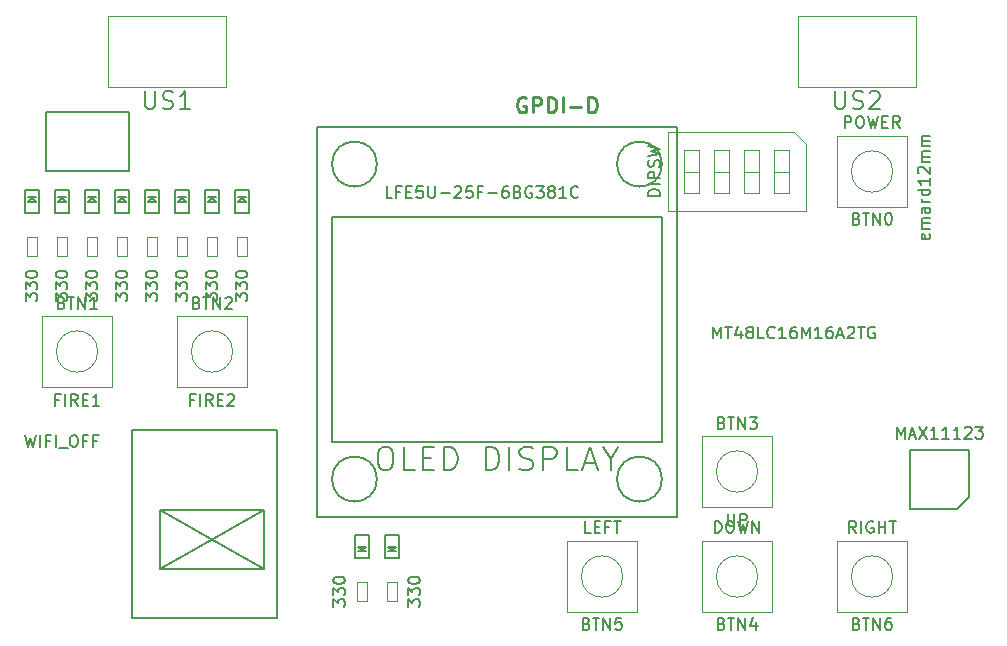
<source format=gbr>
G04 #@! TF.FileFunction,Other,Fab,Top*
%FSLAX46Y46*%
G04 Gerber Fmt 4.6, Leading zero omitted, Abs format (unit mm)*
G04 Created by KiCad (PCBNEW 4.0.7+dfsg1-1) date Thu Oct 12 01:03:24 2017*
%MOMM*%
%LPD*%
G01*
G04 APERTURE LIST*
%ADD10C,0.100000*%
%ADD11C,0.150000*%
%ADD12C,0.254000*%
G04 APERTURE END LIST*
D10*
D11*
X118530000Y-76260000D02*
X117930000Y-76260000D01*
X118230000Y-76360000D02*
X118530000Y-76660000D01*
X117930000Y-76660000D02*
X118230000Y-76360000D01*
X118530000Y-76660000D02*
X117930000Y-76660000D01*
X118830000Y-77660000D02*
X118830000Y-75660000D01*
X117630000Y-77660000D02*
X118830000Y-77660000D01*
X117630000Y-75660000D02*
X117630000Y-77660000D01*
X118830000Y-75660000D02*
X117630000Y-75660000D01*
X115990000Y-76260000D02*
X115390000Y-76260000D01*
X115690000Y-76360000D02*
X115990000Y-76660000D01*
X115390000Y-76660000D02*
X115690000Y-76360000D01*
X115990000Y-76660000D02*
X115390000Y-76660000D01*
X116290000Y-77660000D02*
X116290000Y-75660000D01*
X115090000Y-77660000D02*
X116290000Y-77660000D01*
X115090000Y-75660000D02*
X115090000Y-77660000D01*
X116290000Y-75660000D02*
X115090000Y-75660000D01*
X113450000Y-76260000D02*
X112850000Y-76260000D01*
X113150000Y-76360000D02*
X113450000Y-76660000D01*
X112850000Y-76660000D02*
X113150000Y-76360000D01*
X113450000Y-76660000D02*
X112850000Y-76660000D01*
X113750000Y-77660000D02*
X113750000Y-75660000D01*
X112550000Y-77660000D02*
X113750000Y-77660000D01*
X112550000Y-75660000D02*
X112550000Y-77660000D01*
X113750000Y-75660000D02*
X112550000Y-75660000D01*
X110910000Y-76260000D02*
X110310000Y-76260000D01*
X110610000Y-76360000D02*
X110910000Y-76660000D01*
X110310000Y-76660000D02*
X110610000Y-76360000D01*
X110910000Y-76660000D02*
X110310000Y-76660000D01*
X111210000Y-77660000D02*
X111210000Y-75660000D01*
X110010000Y-77660000D02*
X111210000Y-77660000D01*
X110010000Y-75660000D02*
X110010000Y-77660000D01*
X111210000Y-75660000D02*
X110010000Y-75660000D01*
X108370000Y-76260000D02*
X107770000Y-76260000D01*
X108070000Y-76360000D02*
X108370000Y-76660000D01*
X107770000Y-76660000D02*
X108070000Y-76360000D01*
X108370000Y-76660000D02*
X107770000Y-76660000D01*
X108670000Y-77660000D02*
X108670000Y-75660000D01*
X107470000Y-77660000D02*
X108670000Y-77660000D01*
X107470000Y-75660000D02*
X107470000Y-77660000D01*
X108670000Y-75660000D02*
X107470000Y-75660000D01*
X105830000Y-76260000D02*
X105230000Y-76260000D01*
X105530000Y-76360000D02*
X105830000Y-76660000D01*
X105230000Y-76660000D02*
X105530000Y-76360000D01*
X105830000Y-76660000D02*
X105230000Y-76660000D01*
X106130000Y-77660000D02*
X106130000Y-75660000D01*
X104930000Y-77660000D02*
X106130000Y-77660000D01*
X104930000Y-75660000D02*
X104930000Y-77660000D01*
X106130000Y-75660000D02*
X104930000Y-75660000D01*
X103290000Y-76260000D02*
X102690000Y-76260000D01*
X102990000Y-76360000D02*
X103290000Y-76660000D01*
X102690000Y-76660000D02*
X102990000Y-76360000D01*
X103290000Y-76660000D02*
X102690000Y-76660000D01*
X103590000Y-77660000D02*
X103590000Y-75660000D01*
X102390000Y-77660000D02*
X103590000Y-77660000D01*
X102390000Y-75660000D02*
X102390000Y-77660000D01*
X103590000Y-75660000D02*
X102390000Y-75660000D01*
X100750000Y-76260000D02*
X100150000Y-76260000D01*
X100450000Y-76360000D02*
X100750000Y-76660000D01*
X100150000Y-76660000D02*
X100450000Y-76360000D01*
X100750000Y-76660000D02*
X100150000Y-76660000D01*
X101050000Y-77660000D02*
X101050000Y-75660000D01*
X99850000Y-77660000D02*
X101050000Y-77660000D01*
X99850000Y-75660000D02*
X99850000Y-77660000D01*
X101050000Y-75660000D02*
X99850000Y-75660000D01*
X108624000Y-69080000D02*
X108624000Y-74080000D01*
X101624000Y-69080000D02*
X108624000Y-69080000D01*
X101624000Y-74080000D02*
X101624000Y-69080000D01*
X108624000Y-74080000D02*
X101624000Y-74080000D01*
X128090000Y-106270000D02*
X128690000Y-106270000D01*
X128390000Y-106170000D02*
X128090000Y-105870000D01*
X128690000Y-105870000D02*
X128390000Y-106170000D01*
X128090000Y-105870000D02*
X128690000Y-105870000D01*
X127790000Y-104870000D02*
X127790000Y-106870000D01*
X128990000Y-104870000D02*
X127790000Y-104870000D01*
X128990000Y-106870000D02*
X128990000Y-104870000D01*
X127790000Y-106870000D02*
X128990000Y-106870000D01*
X130630000Y-106270000D02*
X131230000Y-106270000D01*
X130930000Y-106170000D02*
X130630000Y-105870000D01*
X131230000Y-105870000D02*
X130930000Y-106170000D01*
X130630000Y-105870000D02*
X131230000Y-105870000D01*
X130330000Y-104870000D02*
X130330000Y-106870000D01*
X131530000Y-104870000D02*
X130330000Y-104870000D01*
X131530000Y-106870000D02*
X131530000Y-104870000D01*
X130330000Y-106870000D02*
X131530000Y-106870000D01*
D10*
X127990000Y-108880000D02*
X128790000Y-108880000D01*
X127990000Y-110480000D02*
X127990000Y-108880000D01*
X128790000Y-110480000D02*
X127990000Y-110480000D01*
X128790000Y-108880000D02*
X128790000Y-110480000D01*
X131330000Y-110480000D02*
X130530000Y-110480000D01*
X131330000Y-108880000D02*
X131330000Y-110480000D01*
X130530000Y-108880000D02*
X131330000Y-108880000D01*
X130530000Y-110480000D02*
X130530000Y-108880000D01*
X116880000Y-60925000D02*
X116880000Y-66925000D01*
X106880000Y-60925000D02*
X116880000Y-60925000D01*
X106880000Y-66925000D02*
X106880000Y-60925000D01*
X116880000Y-66925000D02*
X106880000Y-66925000D01*
X175300000Y-60925000D02*
X175300000Y-66925000D01*
X165300000Y-60925000D02*
X175300000Y-60925000D01*
X165300000Y-66925000D02*
X165300000Y-60925000D01*
X175300000Y-66925000D02*
X165300000Y-66925000D01*
X118630000Y-81270000D02*
X117830000Y-81270000D01*
X118630000Y-79670000D02*
X118630000Y-81270000D01*
X117830000Y-79670000D02*
X118630000Y-79670000D01*
X117830000Y-81270000D02*
X117830000Y-79670000D01*
X116090000Y-81270000D02*
X115290000Y-81270000D01*
X116090000Y-79670000D02*
X116090000Y-81270000D01*
X115290000Y-79670000D02*
X116090000Y-79670000D01*
X115290000Y-81270000D02*
X115290000Y-79670000D01*
X113550000Y-81270000D02*
X112750000Y-81270000D01*
X113550000Y-79670000D02*
X113550000Y-81270000D01*
X112750000Y-79670000D02*
X113550000Y-79670000D01*
X112750000Y-81270000D02*
X112750000Y-79670000D01*
X111010000Y-81270000D02*
X110210000Y-81270000D01*
X111010000Y-79670000D02*
X111010000Y-81270000D01*
X110210000Y-79670000D02*
X111010000Y-79670000D01*
X110210000Y-81270000D02*
X110210000Y-79670000D01*
X108470000Y-81270000D02*
X107670000Y-81270000D01*
X108470000Y-79670000D02*
X108470000Y-81270000D01*
X107670000Y-79670000D02*
X108470000Y-79670000D01*
X107670000Y-81270000D02*
X107670000Y-79670000D01*
X105930000Y-81270000D02*
X105130000Y-81270000D01*
X105930000Y-79670000D02*
X105930000Y-81270000D01*
X105130000Y-79670000D02*
X105930000Y-79670000D01*
X105130000Y-81270000D02*
X105130000Y-79670000D01*
X103390000Y-81270000D02*
X102590000Y-81270000D01*
X103390000Y-79670000D02*
X103390000Y-81270000D01*
X102590000Y-79670000D02*
X103390000Y-79670000D01*
X102590000Y-81270000D02*
X102590000Y-79670000D01*
X100850000Y-81270000D02*
X100050000Y-81270000D01*
X100850000Y-79670000D02*
X100850000Y-81270000D01*
X100050000Y-79670000D02*
X100850000Y-79670000D01*
X100050000Y-81270000D02*
X100050000Y-79670000D01*
D11*
X178785000Y-102655000D02*
X174785000Y-102655000D01*
X174785000Y-102655000D02*
X174785000Y-97655000D01*
X174785000Y-97655000D02*
X179785000Y-97655000D01*
X179785000Y-97655000D02*
X179785000Y-101655000D01*
X179785000Y-101655000D02*
X178785000Y-102655000D01*
X153790000Y-73485000D02*
G75*
G03X153790000Y-73485000I-1905000J0D01*
G01*
X129660000Y-73485000D02*
G75*
G03X129660000Y-73485000I-1905000J0D01*
G01*
X129660000Y-100155000D02*
G75*
G03X129660000Y-100155000I-1905000J0D01*
G01*
X153790000Y-100155000D02*
G75*
G03X153790000Y-100155000I-1905000J0D01*
G01*
X153790000Y-77930000D02*
X153790000Y-96980000D01*
X125850000Y-77930000D02*
X153790000Y-77930000D01*
X125850000Y-96980000D02*
X125850000Y-77930000D01*
X153790000Y-96980000D02*
X125850000Y-96980000D01*
X155060000Y-70310000D02*
X155060000Y-103330000D01*
X124580000Y-70310000D02*
X155060000Y-70310000D01*
X124580000Y-103330000D02*
X124580000Y-70310000D01*
X155060000Y-103330000D02*
X124580000Y-103330000D01*
D10*
X174570000Y-77120000D02*
X174570000Y-71120000D01*
X174570000Y-71120000D02*
X168570000Y-71120000D01*
X168570000Y-71120000D02*
X168570000Y-77120000D01*
X168570000Y-77120000D02*
X174570000Y-77120000D01*
X173320714Y-74120000D02*
G75*
G03X173320714Y-74120000I-1750714J0D01*
G01*
X101260000Y-86360000D02*
X101260000Y-92360000D01*
X101260000Y-92360000D02*
X107260000Y-92360000D01*
X107260000Y-92360000D02*
X107260000Y-86360000D01*
X107260000Y-86360000D02*
X101260000Y-86360000D01*
X106010714Y-89360000D02*
G75*
G03X106010714Y-89360000I-1750714J0D01*
G01*
X112690000Y-86360000D02*
X112690000Y-92360000D01*
X112690000Y-92360000D02*
X118690000Y-92360000D01*
X118690000Y-92360000D02*
X118690000Y-86360000D01*
X118690000Y-86360000D02*
X112690000Y-86360000D01*
X117440714Y-89360000D02*
G75*
G03X117440714Y-89360000I-1750714J0D01*
G01*
X157140000Y-96520000D02*
X157140000Y-102520000D01*
X157140000Y-102520000D02*
X163140000Y-102520000D01*
X163140000Y-102520000D02*
X163140000Y-96520000D01*
X163140000Y-96520000D02*
X157140000Y-96520000D01*
X161890714Y-99520000D02*
G75*
G03X161890714Y-99520000I-1750714J0D01*
G01*
X163140000Y-111410000D02*
X163140000Y-105410000D01*
X163140000Y-105410000D02*
X157140000Y-105410000D01*
X157140000Y-105410000D02*
X157140000Y-111410000D01*
X157140000Y-111410000D02*
X163140000Y-111410000D01*
X161890714Y-108410000D02*
G75*
G03X161890714Y-108410000I-1750714J0D01*
G01*
X151710000Y-111410000D02*
X151710000Y-105410000D01*
X151710000Y-105410000D02*
X145710000Y-105410000D01*
X145710000Y-105410000D02*
X145710000Y-111410000D01*
X145710000Y-111410000D02*
X151710000Y-111410000D01*
X150460714Y-108410000D02*
G75*
G03X150460714Y-108410000I-1750714J0D01*
G01*
X174570000Y-111410000D02*
X174570000Y-105410000D01*
X174570000Y-105410000D02*
X168570000Y-105410000D01*
X168570000Y-105410000D02*
X168570000Y-111410000D01*
X168570000Y-111410000D02*
X174570000Y-111410000D01*
X173320714Y-108410000D02*
G75*
G03X173320714Y-108410000I-1750714J0D01*
G01*
X166000000Y-71780000D02*
X166000000Y-77460000D01*
X166000000Y-77460000D02*
X154280000Y-77460000D01*
X154280000Y-77460000D02*
X154280000Y-70780000D01*
X154280000Y-70780000D02*
X165000000Y-70780000D01*
X165000000Y-70780000D02*
X166000000Y-71780000D01*
X164585000Y-72310000D02*
X163315000Y-72310000D01*
X163315000Y-72310000D02*
X163315000Y-75930000D01*
X163315000Y-75930000D02*
X164585000Y-75930000D01*
X164585000Y-75930000D02*
X164585000Y-72310000D01*
X164585000Y-74120000D02*
X163315000Y-74120000D01*
X162045000Y-72310000D02*
X160775000Y-72310000D01*
X160775000Y-72310000D02*
X160775000Y-75930000D01*
X160775000Y-75930000D02*
X162045000Y-75930000D01*
X162045000Y-75930000D02*
X162045000Y-72310000D01*
X162045000Y-74120000D02*
X160775000Y-74120000D01*
X159505000Y-72310000D02*
X158235000Y-72310000D01*
X158235000Y-72310000D02*
X158235000Y-75930000D01*
X158235000Y-75930000D02*
X159505000Y-75930000D01*
X159505000Y-75930000D02*
X159505000Y-72310000D01*
X159505000Y-74120000D02*
X158235000Y-74120000D01*
X156965000Y-72310000D02*
X155695000Y-72310000D01*
X155695000Y-72310000D02*
X155695000Y-75930000D01*
X155695000Y-75930000D02*
X156965000Y-75930000D01*
X156965000Y-75930000D02*
X156965000Y-72310000D01*
X156965000Y-74120000D02*
X155695000Y-74120000D01*
D11*
X120055000Y-102815000D02*
X111255000Y-107765000D01*
X120055000Y-107765000D02*
X111255000Y-102815000D01*
X120055000Y-102815000D02*
X120055000Y-107765000D01*
X111255000Y-102815000D02*
X111255000Y-107765000D01*
X111255000Y-107765000D02*
X120055000Y-107765000D01*
X120055000Y-102815000D02*
X111255000Y-102815000D01*
X121205000Y-95965000D02*
X108905000Y-95965000D01*
X121205000Y-111915000D02*
X121205000Y-95965000D01*
X108905000Y-111915000D02*
X121205000Y-111915000D01*
X108905000Y-95965000D02*
X108905000Y-111915000D01*
X158132666Y-88252381D02*
X158132666Y-87252381D01*
X158466000Y-87966667D01*
X158799333Y-87252381D01*
X158799333Y-88252381D01*
X159132666Y-87252381D02*
X159704095Y-87252381D01*
X159418380Y-88252381D02*
X159418380Y-87252381D01*
X160466000Y-87585714D02*
X160466000Y-88252381D01*
X160227904Y-87204762D02*
X159989809Y-87919048D01*
X160608857Y-87919048D01*
X161132666Y-87680952D02*
X161037428Y-87633333D01*
X160989809Y-87585714D01*
X160942190Y-87490476D01*
X160942190Y-87442857D01*
X160989809Y-87347619D01*
X161037428Y-87300000D01*
X161132666Y-87252381D01*
X161323143Y-87252381D01*
X161418381Y-87300000D01*
X161466000Y-87347619D01*
X161513619Y-87442857D01*
X161513619Y-87490476D01*
X161466000Y-87585714D01*
X161418381Y-87633333D01*
X161323143Y-87680952D01*
X161132666Y-87680952D01*
X161037428Y-87728571D01*
X160989809Y-87776190D01*
X160942190Y-87871429D01*
X160942190Y-88061905D01*
X160989809Y-88157143D01*
X161037428Y-88204762D01*
X161132666Y-88252381D01*
X161323143Y-88252381D01*
X161418381Y-88204762D01*
X161466000Y-88157143D01*
X161513619Y-88061905D01*
X161513619Y-87871429D01*
X161466000Y-87776190D01*
X161418381Y-87728571D01*
X161323143Y-87680952D01*
X162418381Y-88252381D02*
X161942190Y-88252381D01*
X161942190Y-87252381D01*
X163323143Y-88157143D02*
X163275524Y-88204762D01*
X163132667Y-88252381D01*
X163037429Y-88252381D01*
X162894571Y-88204762D01*
X162799333Y-88109524D01*
X162751714Y-88014286D01*
X162704095Y-87823810D01*
X162704095Y-87680952D01*
X162751714Y-87490476D01*
X162799333Y-87395238D01*
X162894571Y-87300000D01*
X163037429Y-87252381D01*
X163132667Y-87252381D01*
X163275524Y-87300000D01*
X163323143Y-87347619D01*
X164275524Y-88252381D02*
X163704095Y-88252381D01*
X163989809Y-88252381D02*
X163989809Y-87252381D01*
X163894571Y-87395238D01*
X163799333Y-87490476D01*
X163704095Y-87538095D01*
X165132667Y-87252381D02*
X164942190Y-87252381D01*
X164846952Y-87300000D01*
X164799333Y-87347619D01*
X164704095Y-87490476D01*
X164656476Y-87680952D01*
X164656476Y-88061905D01*
X164704095Y-88157143D01*
X164751714Y-88204762D01*
X164846952Y-88252381D01*
X165037429Y-88252381D01*
X165132667Y-88204762D01*
X165180286Y-88157143D01*
X165227905Y-88061905D01*
X165227905Y-87823810D01*
X165180286Y-87728571D01*
X165132667Y-87680952D01*
X165037429Y-87633333D01*
X164846952Y-87633333D01*
X164751714Y-87680952D01*
X164704095Y-87728571D01*
X164656476Y-87823810D01*
X165656476Y-88252381D02*
X165656476Y-87252381D01*
X165989810Y-87966667D01*
X166323143Y-87252381D01*
X166323143Y-88252381D01*
X167323143Y-88252381D02*
X166751714Y-88252381D01*
X167037428Y-88252381D02*
X167037428Y-87252381D01*
X166942190Y-87395238D01*
X166846952Y-87490476D01*
X166751714Y-87538095D01*
X168180286Y-87252381D02*
X167989809Y-87252381D01*
X167894571Y-87300000D01*
X167846952Y-87347619D01*
X167751714Y-87490476D01*
X167704095Y-87680952D01*
X167704095Y-88061905D01*
X167751714Y-88157143D01*
X167799333Y-88204762D01*
X167894571Y-88252381D01*
X168085048Y-88252381D01*
X168180286Y-88204762D01*
X168227905Y-88157143D01*
X168275524Y-88061905D01*
X168275524Y-87823810D01*
X168227905Y-87728571D01*
X168180286Y-87680952D01*
X168085048Y-87633333D01*
X167894571Y-87633333D01*
X167799333Y-87680952D01*
X167751714Y-87728571D01*
X167704095Y-87823810D01*
X168656476Y-87966667D02*
X169132667Y-87966667D01*
X168561238Y-88252381D02*
X168894571Y-87252381D01*
X169227905Y-88252381D01*
X169513619Y-87347619D02*
X169561238Y-87300000D01*
X169656476Y-87252381D01*
X169894572Y-87252381D01*
X169989810Y-87300000D01*
X170037429Y-87347619D01*
X170085048Y-87442857D01*
X170085048Y-87538095D01*
X170037429Y-87680952D01*
X169466000Y-88252381D01*
X170085048Y-88252381D01*
X170370762Y-87252381D02*
X170942191Y-87252381D01*
X170656476Y-88252381D02*
X170656476Y-87252381D01*
X171799334Y-87300000D02*
X171704096Y-87252381D01*
X171561239Y-87252381D01*
X171418381Y-87300000D01*
X171323143Y-87395238D01*
X171275524Y-87490476D01*
X171227905Y-87680952D01*
X171227905Y-87823810D01*
X171275524Y-88014286D01*
X171323143Y-88109524D01*
X171418381Y-88204762D01*
X171561239Y-88252381D01*
X171656477Y-88252381D01*
X171799334Y-88204762D01*
X171846953Y-88157143D01*
X171846953Y-87823810D01*
X171656477Y-87823810D01*
X99894762Y-96432381D02*
X100132857Y-97432381D01*
X100323334Y-96718095D01*
X100513810Y-97432381D01*
X100751905Y-96432381D01*
X101132857Y-97432381D02*
X101132857Y-96432381D01*
X101942381Y-96908571D02*
X101609047Y-96908571D01*
X101609047Y-97432381D02*
X101609047Y-96432381D01*
X102085238Y-96432381D01*
X102466190Y-97432381D02*
X102466190Y-96432381D01*
X102704285Y-97527619D02*
X103466190Y-97527619D01*
X103894761Y-96432381D02*
X104085238Y-96432381D01*
X104180476Y-96480000D01*
X104275714Y-96575238D01*
X104323333Y-96765714D01*
X104323333Y-97099048D01*
X104275714Y-97289524D01*
X104180476Y-97384762D01*
X104085238Y-97432381D01*
X103894761Y-97432381D01*
X103799523Y-97384762D01*
X103704285Y-97289524D01*
X103656666Y-97099048D01*
X103656666Y-96765714D01*
X103704285Y-96575238D01*
X103799523Y-96480000D01*
X103894761Y-96432381D01*
X105085238Y-96908571D02*
X104751904Y-96908571D01*
X104751904Y-97432381D02*
X104751904Y-96432381D01*
X105228095Y-96432381D01*
X105942381Y-96908571D02*
X105609047Y-96908571D01*
X105609047Y-97432381D02*
X105609047Y-96432381D01*
X106085238Y-96432381D01*
X125942381Y-110965714D02*
X125942381Y-110346666D01*
X126323333Y-110680000D01*
X126323333Y-110537142D01*
X126370952Y-110441904D01*
X126418571Y-110394285D01*
X126513810Y-110346666D01*
X126751905Y-110346666D01*
X126847143Y-110394285D01*
X126894762Y-110441904D01*
X126942381Y-110537142D01*
X126942381Y-110822857D01*
X126894762Y-110918095D01*
X126847143Y-110965714D01*
X125942381Y-110013333D02*
X125942381Y-109394285D01*
X126323333Y-109727619D01*
X126323333Y-109584761D01*
X126370952Y-109489523D01*
X126418571Y-109441904D01*
X126513810Y-109394285D01*
X126751905Y-109394285D01*
X126847143Y-109441904D01*
X126894762Y-109489523D01*
X126942381Y-109584761D01*
X126942381Y-109870476D01*
X126894762Y-109965714D01*
X126847143Y-110013333D01*
X125942381Y-108775238D02*
X125942381Y-108679999D01*
X125990000Y-108584761D01*
X126037619Y-108537142D01*
X126132857Y-108489523D01*
X126323333Y-108441904D01*
X126561429Y-108441904D01*
X126751905Y-108489523D01*
X126847143Y-108537142D01*
X126894762Y-108584761D01*
X126942381Y-108679999D01*
X126942381Y-108775238D01*
X126894762Y-108870476D01*
X126847143Y-108918095D01*
X126751905Y-108965714D01*
X126561429Y-109013333D01*
X126323333Y-109013333D01*
X126132857Y-108965714D01*
X126037619Y-108918095D01*
X125990000Y-108870476D01*
X125942381Y-108775238D01*
X132282381Y-110965714D02*
X132282381Y-110346666D01*
X132663333Y-110680000D01*
X132663333Y-110537142D01*
X132710952Y-110441904D01*
X132758571Y-110394285D01*
X132853810Y-110346666D01*
X133091905Y-110346666D01*
X133187143Y-110394285D01*
X133234762Y-110441904D01*
X133282381Y-110537142D01*
X133282381Y-110822857D01*
X133234762Y-110918095D01*
X133187143Y-110965714D01*
X132282381Y-110013333D02*
X132282381Y-109394285D01*
X132663333Y-109727619D01*
X132663333Y-109584761D01*
X132710952Y-109489523D01*
X132758571Y-109441904D01*
X132853810Y-109394285D01*
X133091905Y-109394285D01*
X133187143Y-109441904D01*
X133234762Y-109489523D01*
X133282381Y-109584761D01*
X133282381Y-109870476D01*
X133234762Y-109965714D01*
X133187143Y-110013333D01*
X132282381Y-108775238D02*
X132282381Y-108679999D01*
X132330000Y-108584761D01*
X132377619Y-108537142D01*
X132472857Y-108489523D01*
X132663333Y-108441904D01*
X132901429Y-108441904D01*
X133091905Y-108489523D01*
X133187143Y-108537142D01*
X133234762Y-108584761D01*
X133282381Y-108679999D01*
X133282381Y-108775238D01*
X133234762Y-108870476D01*
X133187143Y-108918095D01*
X133091905Y-108965714D01*
X132901429Y-109013333D01*
X132663333Y-109013333D01*
X132472857Y-108965714D01*
X132377619Y-108918095D01*
X132330000Y-108870476D01*
X132282381Y-108775238D01*
X110022858Y-67329571D02*
X110022858Y-68543857D01*
X110094286Y-68686714D01*
X110165715Y-68758143D01*
X110308572Y-68829571D01*
X110594286Y-68829571D01*
X110737144Y-68758143D01*
X110808572Y-68686714D01*
X110880001Y-68543857D01*
X110880001Y-67329571D01*
X111522858Y-68758143D02*
X111737144Y-68829571D01*
X112094287Y-68829571D01*
X112237144Y-68758143D01*
X112308573Y-68686714D01*
X112380001Y-68543857D01*
X112380001Y-68401000D01*
X112308573Y-68258143D01*
X112237144Y-68186714D01*
X112094287Y-68115286D01*
X111808573Y-68043857D01*
X111665715Y-67972429D01*
X111594287Y-67901000D01*
X111522858Y-67758143D01*
X111522858Y-67615286D01*
X111594287Y-67472429D01*
X111665715Y-67401000D01*
X111808573Y-67329571D01*
X112165715Y-67329571D01*
X112380001Y-67401000D01*
X113808572Y-68829571D02*
X112951429Y-68829571D01*
X113380001Y-68829571D02*
X113380001Y-67329571D01*
X113237144Y-67543857D01*
X113094286Y-67686714D01*
X112951429Y-67758143D01*
X168442858Y-67329571D02*
X168442858Y-68543857D01*
X168514286Y-68686714D01*
X168585715Y-68758143D01*
X168728572Y-68829571D01*
X169014286Y-68829571D01*
X169157144Y-68758143D01*
X169228572Y-68686714D01*
X169300001Y-68543857D01*
X169300001Y-67329571D01*
X169942858Y-68758143D02*
X170157144Y-68829571D01*
X170514287Y-68829571D01*
X170657144Y-68758143D01*
X170728573Y-68686714D01*
X170800001Y-68543857D01*
X170800001Y-68401000D01*
X170728573Y-68258143D01*
X170657144Y-68186714D01*
X170514287Y-68115286D01*
X170228573Y-68043857D01*
X170085715Y-67972429D01*
X170014287Y-67901000D01*
X169942858Y-67758143D01*
X169942858Y-67615286D01*
X170014287Y-67472429D01*
X170085715Y-67401000D01*
X170228573Y-67329571D01*
X170585715Y-67329571D01*
X170800001Y-67401000D01*
X171371429Y-67472429D02*
X171442858Y-67401000D01*
X171585715Y-67329571D01*
X171942858Y-67329571D01*
X172085715Y-67401000D01*
X172157144Y-67472429D01*
X172228572Y-67615286D01*
X172228572Y-67758143D01*
X172157144Y-67972429D01*
X171300001Y-68829571D01*
X172228572Y-68829571D01*
X117682381Y-85057714D02*
X117682381Y-84438666D01*
X118063333Y-84772000D01*
X118063333Y-84629142D01*
X118110952Y-84533904D01*
X118158571Y-84486285D01*
X118253810Y-84438666D01*
X118491905Y-84438666D01*
X118587143Y-84486285D01*
X118634762Y-84533904D01*
X118682381Y-84629142D01*
X118682381Y-84914857D01*
X118634762Y-85010095D01*
X118587143Y-85057714D01*
X117682381Y-84105333D02*
X117682381Y-83486285D01*
X118063333Y-83819619D01*
X118063333Y-83676761D01*
X118110952Y-83581523D01*
X118158571Y-83533904D01*
X118253810Y-83486285D01*
X118491905Y-83486285D01*
X118587143Y-83533904D01*
X118634762Y-83581523D01*
X118682381Y-83676761D01*
X118682381Y-83962476D01*
X118634762Y-84057714D01*
X118587143Y-84105333D01*
X117682381Y-82867238D02*
X117682381Y-82771999D01*
X117730000Y-82676761D01*
X117777619Y-82629142D01*
X117872857Y-82581523D01*
X118063333Y-82533904D01*
X118301429Y-82533904D01*
X118491905Y-82581523D01*
X118587143Y-82629142D01*
X118634762Y-82676761D01*
X118682381Y-82771999D01*
X118682381Y-82867238D01*
X118634762Y-82962476D01*
X118587143Y-83010095D01*
X118491905Y-83057714D01*
X118301429Y-83105333D01*
X118063333Y-83105333D01*
X117872857Y-83057714D01*
X117777619Y-83010095D01*
X117730000Y-82962476D01*
X117682381Y-82867238D01*
X115142381Y-85057714D02*
X115142381Y-84438666D01*
X115523333Y-84772000D01*
X115523333Y-84629142D01*
X115570952Y-84533904D01*
X115618571Y-84486285D01*
X115713810Y-84438666D01*
X115951905Y-84438666D01*
X116047143Y-84486285D01*
X116094762Y-84533904D01*
X116142381Y-84629142D01*
X116142381Y-84914857D01*
X116094762Y-85010095D01*
X116047143Y-85057714D01*
X115142381Y-84105333D02*
X115142381Y-83486285D01*
X115523333Y-83819619D01*
X115523333Y-83676761D01*
X115570952Y-83581523D01*
X115618571Y-83533904D01*
X115713810Y-83486285D01*
X115951905Y-83486285D01*
X116047143Y-83533904D01*
X116094762Y-83581523D01*
X116142381Y-83676761D01*
X116142381Y-83962476D01*
X116094762Y-84057714D01*
X116047143Y-84105333D01*
X115142381Y-82867238D02*
X115142381Y-82771999D01*
X115190000Y-82676761D01*
X115237619Y-82629142D01*
X115332857Y-82581523D01*
X115523333Y-82533904D01*
X115761429Y-82533904D01*
X115951905Y-82581523D01*
X116047143Y-82629142D01*
X116094762Y-82676761D01*
X116142381Y-82771999D01*
X116142381Y-82867238D01*
X116094762Y-82962476D01*
X116047143Y-83010095D01*
X115951905Y-83057714D01*
X115761429Y-83105333D01*
X115523333Y-83105333D01*
X115332857Y-83057714D01*
X115237619Y-83010095D01*
X115190000Y-82962476D01*
X115142381Y-82867238D01*
X112602381Y-85057714D02*
X112602381Y-84438666D01*
X112983333Y-84772000D01*
X112983333Y-84629142D01*
X113030952Y-84533904D01*
X113078571Y-84486285D01*
X113173810Y-84438666D01*
X113411905Y-84438666D01*
X113507143Y-84486285D01*
X113554762Y-84533904D01*
X113602381Y-84629142D01*
X113602381Y-84914857D01*
X113554762Y-85010095D01*
X113507143Y-85057714D01*
X112602381Y-84105333D02*
X112602381Y-83486285D01*
X112983333Y-83819619D01*
X112983333Y-83676761D01*
X113030952Y-83581523D01*
X113078571Y-83533904D01*
X113173810Y-83486285D01*
X113411905Y-83486285D01*
X113507143Y-83533904D01*
X113554762Y-83581523D01*
X113602381Y-83676761D01*
X113602381Y-83962476D01*
X113554762Y-84057714D01*
X113507143Y-84105333D01*
X112602381Y-82867238D02*
X112602381Y-82771999D01*
X112650000Y-82676761D01*
X112697619Y-82629142D01*
X112792857Y-82581523D01*
X112983333Y-82533904D01*
X113221429Y-82533904D01*
X113411905Y-82581523D01*
X113507143Y-82629142D01*
X113554762Y-82676761D01*
X113602381Y-82771999D01*
X113602381Y-82867238D01*
X113554762Y-82962476D01*
X113507143Y-83010095D01*
X113411905Y-83057714D01*
X113221429Y-83105333D01*
X112983333Y-83105333D01*
X112792857Y-83057714D01*
X112697619Y-83010095D01*
X112650000Y-82962476D01*
X112602381Y-82867238D01*
X110062381Y-85057714D02*
X110062381Y-84438666D01*
X110443333Y-84772000D01*
X110443333Y-84629142D01*
X110490952Y-84533904D01*
X110538571Y-84486285D01*
X110633810Y-84438666D01*
X110871905Y-84438666D01*
X110967143Y-84486285D01*
X111014762Y-84533904D01*
X111062381Y-84629142D01*
X111062381Y-84914857D01*
X111014762Y-85010095D01*
X110967143Y-85057714D01*
X110062381Y-84105333D02*
X110062381Y-83486285D01*
X110443333Y-83819619D01*
X110443333Y-83676761D01*
X110490952Y-83581523D01*
X110538571Y-83533904D01*
X110633810Y-83486285D01*
X110871905Y-83486285D01*
X110967143Y-83533904D01*
X111014762Y-83581523D01*
X111062381Y-83676761D01*
X111062381Y-83962476D01*
X111014762Y-84057714D01*
X110967143Y-84105333D01*
X110062381Y-82867238D02*
X110062381Y-82771999D01*
X110110000Y-82676761D01*
X110157619Y-82629142D01*
X110252857Y-82581523D01*
X110443333Y-82533904D01*
X110681429Y-82533904D01*
X110871905Y-82581523D01*
X110967143Y-82629142D01*
X111014762Y-82676761D01*
X111062381Y-82771999D01*
X111062381Y-82867238D01*
X111014762Y-82962476D01*
X110967143Y-83010095D01*
X110871905Y-83057714D01*
X110681429Y-83105333D01*
X110443333Y-83105333D01*
X110252857Y-83057714D01*
X110157619Y-83010095D01*
X110110000Y-82962476D01*
X110062381Y-82867238D01*
X107522381Y-85057714D02*
X107522381Y-84438666D01*
X107903333Y-84772000D01*
X107903333Y-84629142D01*
X107950952Y-84533904D01*
X107998571Y-84486285D01*
X108093810Y-84438666D01*
X108331905Y-84438666D01*
X108427143Y-84486285D01*
X108474762Y-84533904D01*
X108522381Y-84629142D01*
X108522381Y-84914857D01*
X108474762Y-85010095D01*
X108427143Y-85057714D01*
X107522381Y-84105333D02*
X107522381Y-83486285D01*
X107903333Y-83819619D01*
X107903333Y-83676761D01*
X107950952Y-83581523D01*
X107998571Y-83533904D01*
X108093810Y-83486285D01*
X108331905Y-83486285D01*
X108427143Y-83533904D01*
X108474762Y-83581523D01*
X108522381Y-83676761D01*
X108522381Y-83962476D01*
X108474762Y-84057714D01*
X108427143Y-84105333D01*
X107522381Y-82867238D02*
X107522381Y-82771999D01*
X107570000Y-82676761D01*
X107617619Y-82629142D01*
X107712857Y-82581523D01*
X107903333Y-82533904D01*
X108141429Y-82533904D01*
X108331905Y-82581523D01*
X108427143Y-82629142D01*
X108474762Y-82676761D01*
X108522381Y-82771999D01*
X108522381Y-82867238D01*
X108474762Y-82962476D01*
X108427143Y-83010095D01*
X108331905Y-83057714D01*
X108141429Y-83105333D01*
X107903333Y-83105333D01*
X107712857Y-83057714D01*
X107617619Y-83010095D01*
X107570000Y-82962476D01*
X107522381Y-82867238D01*
X104982381Y-85057714D02*
X104982381Y-84438666D01*
X105363333Y-84772000D01*
X105363333Y-84629142D01*
X105410952Y-84533904D01*
X105458571Y-84486285D01*
X105553810Y-84438666D01*
X105791905Y-84438666D01*
X105887143Y-84486285D01*
X105934762Y-84533904D01*
X105982381Y-84629142D01*
X105982381Y-84914857D01*
X105934762Y-85010095D01*
X105887143Y-85057714D01*
X104982381Y-84105333D02*
X104982381Y-83486285D01*
X105363333Y-83819619D01*
X105363333Y-83676761D01*
X105410952Y-83581523D01*
X105458571Y-83533904D01*
X105553810Y-83486285D01*
X105791905Y-83486285D01*
X105887143Y-83533904D01*
X105934762Y-83581523D01*
X105982381Y-83676761D01*
X105982381Y-83962476D01*
X105934762Y-84057714D01*
X105887143Y-84105333D01*
X104982381Y-82867238D02*
X104982381Y-82771999D01*
X105030000Y-82676761D01*
X105077619Y-82629142D01*
X105172857Y-82581523D01*
X105363333Y-82533904D01*
X105601429Y-82533904D01*
X105791905Y-82581523D01*
X105887143Y-82629142D01*
X105934762Y-82676761D01*
X105982381Y-82771999D01*
X105982381Y-82867238D01*
X105934762Y-82962476D01*
X105887143Y-83010095D01*
X105791905Y-83057714D01*
X105601429Y-83105333D01*
X105363333Y-83105333D01*
X105172857Y-83057714D01*
X105077619Y-83010095D01*
X105030000Y-82962476D01*
X104982381Y-82867238D01*
X102442381Y-85057714D02*
X102442381Y-84438666D01*
X102823333Y-84772000D01*
X102823333Y-84629142D01*
X102870952Y-84533904D01*
X102918571Y-84486285D01*
X103013810Y-84438666D01*
X103251905Y-84438666D01*
X103347143Y-84486285D01*
X103394762Y-84533904D01*
X103442381Y-84629142D01*
X103442381Y-84914857D01*
X103394762Y-85010095D01*
X103347143Y-85057714D01*
X102442381Y-84105333D02*
X102442381Y-83486285D01*
X102823333Y-83819619D01*
X102823333Y-83676761D01*
X102870952Y-83581523D01*
X102918571Y-83533904D01*
X103013810Y-83486285D01*
X103251905Y-83486285D01*
X103347143Y-83533904D01*
X103394762Y-83581523D01*
X103442381Y-83676761D01*
X103442381Y-83962476D01*
X103394762Y-84057714D01*
X103347143Y-84105333D01*
X102442381Y-82867238D02*
X102442381Y-82771999D01*
X102490000Y-82676761D01*
X102537619Y-82629142D01*
X102632857Y-82581523D01*
X102823333Y-82533904D01*
X103061429Y-82533904D01*
X103251905Y-82581523D01*
X103347143Y-82629142D01*
X103394762Y-82676761D01*
X103442381Y-82771999D01*
X103442381Y-82867238D01*
X103394762Y-82962476D01*
X103347143Y-83010095D01*
X103251905Y-83057714D01*
X103061429Y-83105333D01*
X102823333Y-83105333D01*
X102632857Y-83057714D01*
X102537619Y-83010095D01*
X102490000Y-82962476D01*
X102442381Y-82867238D01*
X99902381Y-85057714D02*
X99902381Y-84438666D01*
X100283333Y-84772000D01*
X100283333Y-84629142D01*
X100330952Y-84533904D01*
X100378571Y-84486285D01*
X100473810Y-84438666D01*
X100711905Y-84438666D01*
X100807143Y-84486285D01*
X100854762Y-84533904D01*
X100902381Y-84629142D01*
X100902381Y-84914857D01*
X100854762Y-85010095D01*
X100807143Y-85057714D01*
X99902381Y-84105333D02*
X99902381Y-83486285D01*
X100283333Y-83819619D01*
X100283333Y-83676761D01*
X100330952Y-83581523D01*
X100378571Y-83533904D01*
X100473810Y-83486285D01*
X100711905Y-83486285D01*
X100807143Y-83533904D01*
X100854762Y-83581523D01*
X100902381Y-83676761D01*
X100902381Y-83962476D01*
X100854762Y-84057714D01*
X100807143Y-84105333D01*
X99902381Y-82867238D02*
X99902381Y-82771999D01*
X99950000Y-82676761D01*
X99997619Y-82629142D01*
X100092857Y-82581523D01*
X100283333Y-82533904D01*
X100521429Y-82533904D01*
X100711905Y-82581523D01*
X100807143Y-82629142D01*
X100854762Y-82676761D01*
X100902381Y-82771999D01*
X100902381Y-82867238D01*
X100854762Y-82962476D01*
X100807143Y-83010095D01*
X100711905Y-83057714D01*
X100521429Y-83105333D01*
X100283333Y-83105333D01*
X100092857Y-83057714D01*
X99997619Y-83010095D01*
X99950000Y-82962476D01*
X99902381Y-82867238D01*
X173665952Y-96732381D02*
X173665952Y-95732381D01*
X173999286Y-96446667D01*
X174332619Y-95732381D01*
X174332619Y-96732381D01*
X174761190Y-96446667D02*
X175237381Y-96446667D01*
X174665952Y-96732381D02*
X174999285Y-95732381D01*
X175332619Y-96732381D01*
X175570714Y-95732381D02*
X176237381Y-96732381D01*
X176237381Y-95732381D02*
X175570714Y-96732381D01*
X177142143Y-96732381D02*
X176570714Y-96732381D01*
X176856428Y-96732381D02*
X176856428Y-95732381D01*
X176761190Y-95875238D01*
X176665952Y-95970476D01*
X176570714Y-96018095D01*
X178094524Y-96732381D02*
X177523095Y-96732381D01*
X177808809Y-96732381D02*
X177808809Y-95732381D01*
X177713571Y-95875238D01*
X177618333Y-95970476D01*
X177523095Y-96018095D01*
X179046905Y-96732381D02*
X178475476Y-96732381D01*
X178761190Y-96732381D02*
X178761190Y-95732381D01*
X178665952Y-95875238D01*
X178570714Y-95970476D01*
X178475476Y-96018095D01*
X179427857Y-95827619D02*
X179475476Y-95780000D01*
X179570714Y-95732381D01*
X179808810Y-95732381D01*
X179904048Y-95780000D01*
X179951667Y-95827619D01*
X179999286Y-95922857D01*
X179999286Y-96018095D01*
X179951667Y-96160952D01*
X179380238Y-96732381D01*
X179999286Y-96732381D01*
X180332619Y-95732381D02*
X180951667Y-95732381D01*
X180618333Y-96113333D01*
X180761191Y-96113333D01*
X180856429Y-96160952D01*
X180904048Y-96208571D01*
X180951667Y-96303810D01*
X180951667Y-96541905D01*
X180904048Y-96637143D01*
X180856429Y-96684762D01*
X180761191Y-96732381D01*
X180475476Y-96732381D01*
X180380238Y-96684762D01*
X180332619Y-96637143D01*
X130200952Y-97408762D02*
X130581904Y-97408762D01*
X130772380Y-97504000D01*
X130962857Y-97694476D01*
X131058095Y-98075429D01*
X131058095Y-98742095D01*
X130962857Y-99123048D01*
X130772380Y-99313524D01*
X130581904Y-99408762D01*
X130200952Y-99408762D01*
X130010476Y-99313524D01*
X129819999Y-99123048D01*
X129724761Y-98742095D01*
X129724761Y-98075429D01*
X129819999Y-97694476D01*
X130010476Y-97504000D01*
X130200952Y-97408762D01*
X132867618Y-99408762D02*
X131915237Y-99408762D01*
X131915237Y-97408762D01*
X133534285Y-98361143D02*
X134200952Y-98361143D01*
X134486666Y-99408762D02*
X133534285Y-99408762D01*
X133534285Y-97408762D01*
X134486666Y-97408762D01*
X135343809Y-99408762D02*
X135343809Y-97408762D01*
X135820000Y-97408762D01*
X136105714Y-97504000D01*
X136296190Y-97694476D01*
X136391429Y-97884952D01*
X136486667Y-98265905D01*
X136486667Y-98551619D01*
X136391429Y-98932571D01*
X136296190Y-99123048D01*
X136105714Y-99313524D01*
X135820000Y-99408762D01*
X135343809Y-99408762D01*
X138867619Y-99408762D02*
X138867619Y-97408762D01*
X139343810Y-97408762D01*
X139629524Y-97504000D01*
X139820000Y-97694476D01*
X139915239Y-97884952D01*
X140010477Y-98265905D01*
X140010477Y-98551619D01*
X139915239Y-98932571D01*
X139820000Y-99123048D01*
X139629524Y-99313524D01*
X139343810Y-99408762D01*
X138867619Y-99408762D01*
X140867619Y-99408762D02*
X140867619Y-97408762D01*
X141724762Y-99313524D02*
X142010477Y-99408762D01*
X142486667Y-99408762D01*
X142677143Y-99313524D01*
X142772381Y-99218286D01*
X142867620Y-99027810D01*
X142867620Y-98837333D01*
X142772381Y-98646857D01*
X142677143Y-98551619D01*
X142486667Y-98456381D01*
X142105715Y-98361143D01*
X141915239Y-98265905D01*
X141820000Y-98170667D01*
X141724762Y-97980190D01*
X141724762Y-97789714D01*
X141820000Y-97599238D01*
X141915239Y-97504000D01*
X142105715Y-97408762D01*
X142581905Y-97408762D01*
X142867620Y-97504000D01*
X143724762Y-99408762D02*
X143724762Y-97408762D01*
X144486667Y-97408762D01*
X144677143Y-97504000D01*
X144772382Y-97599238D01*
X144867620Y-97789714D01*
X144867620Y-98075429D01*
X144772382Y-98265905D01*
X144677143Y-98361143D01*
X144486667Y-98456381D01*
X143724762Y-98456381D01*
X146677143Y-99408762D02*
X145724762Y-99408762D01*
X145724762Y-97408762D01*
X147248572Y-98837333D02*
X148200953Y-98837333D01*
X147058096Y-99408762D02*
X147724763Y-97408762D01*
X148391430Y-99408762D01*
X149439049Y-98456381D02*
X149439049Y-99408762D01*
X148772382Y-97408762D02*
X149439049Y-98456381D01*
X150105716Y-97408762D01*
D12*
X142239048Y-67897000D02*
X142118096Y-67836524D01*
X141936667Y-67836524D01*
X141755239Y-67897000D01*
X141634286Y-68017952D01*
X141573810Y-68138905D01*
X141513334Y-68380810D01*
X141513334Y-68562238D01*
X141573810Y-68804143D01*
X141634286Y-68925095D01*
X141755239Y-69046048D01*
X141936667Y-69106524D01*
X142057619Y-69106524D01*
X142239048Y-69046048D01*
X142299524Y-68985571D01*
X142299524Y-68562238D01*
X142057619Y-68562238D01*
X142843810Y-69106524D02*
X142843810Y-67836524D01*
X143327619Y-67836524D01*
X143448572Y-67897000D01*
X143509048Y-67957476D01*
X143569524Y-68078429D01*
X143569524Y-68259857D01*
X143509048Y-68380810D01*
X143448572Y-68441286D01*
X143327619Y-68501762D01*
X142843810Y-68501762D01*
X144113810Y-69106524D02*
X144113810Y-67836524D01*
X144416191Y-67836524D01*
X144597619Y-67897000D01*
X144718572Y-68017952D01*
X144779048Y-68138905D01*
X144839524Y-68380810D01*
X144839524Y-68562238D01*
X144779048Y-68804143D01*
X144718572Y-68925095D01*
X144597619Y-69046048D01*
X144416191Y-69106524D01*
X144113810Y-69106524D01*
X145383810Y-69106524D02*
X145383810Y-67836524D01*
X145988572Y-68622714D02*
X146956191Y-68622714D01*
X147560953Y-69106524D02*
X147560953Y-67836524D01*
X147863334Y-67836524D01*
X148044762Y-67897000D01*
X148165715Y-68017952D01*
X148226191Y-68138905D01*
X148286667Y-68380810D01*
X148286667Y-68562238D01*
X148226191Y-68804143D01*
X148165715Y-68925095D01*
X148044762Y-69046048D01*
X147863334Y-69106524D01*
X147560953Y-69106524D01*
D11*
X169260476Y-70422381D02*
X169260476Y-69422381D01*
X169641429Y-69422381D01*
X169736667Y-69470000D01*
X169784286Y-69517619D01*
X169831905Y-69612857D01*
X169831905Y-69755714D01*
X169784286Y-69850952D01*
X169736667Y-69898571D01*
X169641429Y-69946190D01*
X169260476Y-69946190D01*
X170450952Y-69422381D02*
X170641429Y-69422381D01*
X170736667Y-69470000D01*
X170831905Y-69565238D01*
X170879524Y-69755714D01*
X170879524Y-70089048D01*
X170831905Y-70279524D01*
X170736667Y-70374762D01*
X170641429Y-70422381D01*
X170450952Y-70422381D01*
X170355714Y-70374762D01*
X170260476Y-70279524D01*
X170212857Y-70089048D01*
X170212857Y-69755714D01*
X170260476Y-69565238D01*
X170355714Y-69470000D01*
X170450952Y-69422381D01*
X171212857Y-69422381D02*
X171450952Y-70422381D01*
X171641429Y-69708095D01*
X171831905Y-70422381D01*
X172070000Y-69422381D01*
X172450952Y-69898571D02*
X172784286Y-69898571D01*
X172927143Y-70422381D02*
X172450952Y-70422381D01*
X172450952Y-69422381D01*
X172927143Y-69422381D01*
X173927143Y-70422381D02*
X173593809Y-69946190D01*
X173355714Y-70422381D02*
X173355714Y-69422381D01*
X173736667Y-69422381D01*
X173831905Y-69470000D01*
X173879524Y-69517619D01*
X173927143Y-69612857D01*
X173927143Y-69755714D01*
X173879524Y-69850952D01*
X173831905Y-69898571D01*
X173736667Y-69946190D01*
X173355714Y-69946190D01*
X170260477Y-78098571D02*
X170403334Y-78146190D01*
X170450953Y-78193810D01*
X170498572Y-78289048D01*
X170498572Y-78431905D01*
X170450953Y-78527143D01*
X170403334Y-78574762D01*
X170308096Y-78622381D01*
X169927143Y-78622381D01*
X169927143Y-77622381D01*
X170260477Y-77622381D01*
X170355715Y-77670000D01*
X170403334Y-77717619D01*
X170450953Y-77812857D01*
X170450953Y-77908095D01*
X170403334Y-78003333D01*
X170355715Y-78050952D01*
X170260477Y-78098571D01*
X169927143Y-78098571D01*
X170784286Y-77622381D02*
X171355715Y-77622381D01*
X171070000Y-78622381D02*
X171070000Y-77622381D01*
X171689048Y-78622381D02*
X171689048Y-77622381D01*
X172260477Y-78622381D01*
X172260477Y-77622381D01*
X172927143Y-77622381D02*
X173022382Y-77622381D01*
X173117620Y-77670000D01*
X173165239Y-77717619D01*
X173212858Y-77812857D01*
X173260477Y-78003333D01*
X173260477Y-78241429D01*
X173212858Y-78431905D01*
X173165239Y-78527143D01*
X173117620Y-78574762D01*
X173022382Y-78622381D01*
X172927143Y-78622381D01*
X172831905Y-78574762D01*
X172784286Y-78527143D01*
X172736667Y-78431905D01*
X172689048Y-78241429D01*
X172689048Y-78003333D01*
X172736667Y-77812857D01*
X172784286Y-77717619D01*
X172831905Y-77670000D01*
X172927143Y-77622381D01*
X102736191Y-93438571D02*
X102402857Y-93438571D01*
X102402857Y-93962381D02*
X102402857Y-92962381D01*
X102879048Y-92962381D01*
X103260000Y-93962381D02*
X103260000Y-92962381D01*
X104307619Y-93962381D02*
X103974285Y-93486190D01*
X103736190Y-93962381D02*
X103736190Y-92962381D01*
X104117143Y-92962381D01*
X104212381Y-93010000D01*
X104260000Y-93057619D01*
X104307619Y-93152857D01*
X104307619Y-93295714D01*
X104260000Y-93390952D01*
X104212381Y-93438571D01*
X104117143Y-93486190D01*
X103736190Y-93486190D01*
X104736190Y-93438571D02*
X105069524Y-93438571D01*
X105212381Y-93962381D02*
X104736190Y-93962381D01*
X104736190Y-92962381D01*
X105212381Y-92962381D01*
X106164762Y-93962381D02*
X105593333Y-93962381D01*
X105879047Y-93962381D02*
X105879047Y-92962381D01*
X105783809Y-93105238D01*
X105688571Y-93200476D01*
X105593333Y-93248095D01*
X102950477Y-85238571D02*
X103093334Y-85286190D01*
X103140953Y-85333810D01*
X103188572Y-85429048D01*
X103188572Y-85571905D01*
X103140953Y-85667143D01*
X103093334Y-85714762D01*
X102998096Y-85762381D01*
X102617143Y-85762381D01*
X102617143Y-84762381D01*
X102950477Y-84762381D01*
X103045715Y-84810000D01*
X103093334Y-84857619D01*
X103140953Y-84952857D01*
X103140953Y-85048095D01*
X103093334Y-85143333D01*
X103045715Y-85190952D01*
X102950477Y-85238571D01*
X102617143Y-85238571D01*
X103474286Y-84762381D02*
X104045715Y-84762381D01*
X103760000Y-85762381D02*
X103760000Y-84762381D01*
X104379048Y-85762381D02*
X104379048Y-84762381D01*
X104950477Y-85762381D01*
X104950477Y-84762381D01*
X105950477Y-85762381D02*
X105379048Y-85762381D01*
X105664762Y-85762381D02*
X105664762Y-84762381D01*
X105569524Y-84905238D01*
X105474286Y-85000476D01*
X105379048Y-85048095D01*
X114166191Y-93438571D02*
X113832857Y-93438571D01*
X113832857Y-93962381D02*
X113832857Y-92962381D01*
X114309048Y-92962381D01*
X114690000Y-93962381D02*
X114690000Y-92962381D01*
X115737619Y-93962381D02*
X115404285Y-93486190D01*
X115166190Y-93962381D02*
X115166190Y-92962381D01*
X115547143Y-92962381D01*
X115642381Y-93010000D01*
X115690000Y-93057619D01*
X115737619Y-93152857D01*
X115737619Y-93295714D01*
X115690000Y-93390952D01*
X115642381Y-93438571D01*
X115547143Y-93486190D01*
X115166190Y-93486190D01*
X116166190Y-93438571D02*
X116499524Y-93438571D01*
X116642381Y-93962381D02*
X116166190Y-93962381D01*
X116166190Y-92962381D01*
X116642381Y-92962381D01*
X117023333Y-93057619D02*
X117070952Y-93010000D01*
X117166190Y-92962381D01*
X117404286Y-92962381D01*
X117499524Y-93010000D01*
X117547143Y-93057619D01*
X117594762Y-93152857D01*
X117594762Y-93248095D01*
X117547143Y-93390952D01*
X116975714Y-93962381D01*
X117594762Y-93962381D01*
X114380477Y-85238571D02*
X114523334Y-85286190D01*
X114570953Y-85333810D01*
X114618572Y-85429048D01*
X114618572Y-85571905D01*
X114570953Y-85667143D01*
X114523334Y-85714762D01*
X114428096Y-85762381D01*
X114047143Y-85762381D01*
X114047143Y-84762381D01*
X114380477Y-84762381D01*
X114475715Y-84810000D01*
X114523334Y-84857619D01*
X114570953Y-84952857D01*
X114570953Y-85048095D01*
X114523334Y-85143333D01*
X114475715Y-85190952D01*
X114380477Y-85238571D01*
X114047143Y-85238571D01*
X114904286Y-84762381D02*
X115475715Y-84762381D01*
X115190000Y-85762381D02*
X115190000Y-84762381D01*
X115809048Y-85762381D02*
X115809048Y-84762381D01*
X116380477Y-85762381D01*
X116380477Y-84762381D01*
X116809048Y-84857619D02*
X116856667Y-84810000D01*
X116951905Y-84762381D01*
X117190001Y-84762381D01*
X117285239Y-84810000D01*
X117332858Y-84857619D01*
X117380477Y-84952857D01*
X117380477Y-85048095D01*
X117332858Y-85190952D01*
X116761429Y-85762381D01*
X117380477Y-85762381D01*
X159354286Y-103122381D02*
X159354286Y-103931905D01*
X159401905Y-104027143D01*
X159449524Y-104074762D01*
X159544762Y-104122381D01*
X159735239Y-104122381D01*
X159830477Y-104074762D01*
X159878096Y-104027143D01*
X159925715Y-103931905D01*
X159925715Y-103122381D01*
X160401905Y-104122381D02*
X160401905Y-103122381D01*
X160782858Y-103122381D01*
X160878096Y-103170000D01*
X160925715Y-103217619D01*
X160973334Y-103312857D01*
X160973334Y-103455714D01*
X160925715Y-103550952D01*
X160878096Y-103598571D01*
X160782858Y-103646190D01*
X160401905Y-103646190D01*
X158830477Y-95398571D02*
X158973334Y-95446190D01*
X159020953Y-95493810D01*
X159068572Y-95589048D01*
X159068572Y-95731905D01*
X159020953Y-95827143D01*
X158973334Y-95874762D01*
X158878096Y-95922381D01*
X158497143Y-95922381D01*
X158497143Y-94922381D01*
X158830477Y-94922381D01*
X158925715Y-94970000D01*
X158973334Y-95017619D01*
X159020953Y-95112857D01*
X159020953Y-95208095D01*
X158973334Y-95303333D01*
X158925715Y-95350952D01*
X158830477Y-95398571D01*
X158497143Y-95398571D01*
X159354286Y-94922381D02*
X159925715Y-94922381D01*
X159640000Y-95922381D02*
X159640000Y-94922381D01*
X160259048Y-95922381D02*
X160259048Y-94922381D01*
X160830477Y-95922381D01*
X160830477Y-94922381D01*
X161211429Y-94922381D02*
X161830477Y-94922381D01*
X161497143Y-95303333D01*
X161640001Y-95303333D01*
X161735239Y-95350952D01*
X161782858Y-95398571D01*
X161830477Y-95493810D01*
X161830477Y-95731905D01*
X161782858Y-95827143D01*
X161735239Y-95874762D01*
X161640001Y-95922381D01*
X161354286Y-95922381D01*
X161259048Y-95874762D01*
X161211429Y-95827143D01*
X158259048Y-104712381D02*
X158259048Y-103712381D01*
X158497143Y-103712381D01*
X158640001Y-103760000D01*
X158735239Y-103855238D01*
X158782858Y-103950476D01*
X158830477Y-104140952D01*
X158830477Y-104283810D01*
X158782858Y-104474286D01*
X158735239Y-104569524D01*
X158640001Y-104664762D01*
X158497143Y-104712381D01*
X158259048Y-104712381D01*
X159449524Y-103712381D02*
X159640001Y-103712381D01*
X159735239Y-103760000D01*
X159830477Y-103855238D01*
X159878096Y-104045714D01*
X159878096Y-104379048D01*
X159830477Y-104569524D01*
X159735239Y-104664762D01*
X159640001Y-104712381D01*
X159449524Y-104712381D01*
X159354286Y-104664762D01*
X159259048Y-104569524D01*
X159211429Y-104379048D01*
X159211429Y-104045714D01*
X159259048Y-103855238D01*
X159354286Y-103760000D01*
X159449524Y-103712381D01*
X160211429Y-103712381D02*
X160449524Y-104712381D01*
X160640001Y-103998095D01*
X160830477Y-104712381D01*
X161068572Y-103712381D01*
X161449524Y-104712381D02*
X161449524Y-103712381D01*
X162020953Y-104712381D01*
X162020953Y-103712381D01*
X158830477Y-112388571D02*
X158973334Y-112436190D01*
X159020953Y-112483810D01*
X159068572Y-112579048D01*
X159068572Y-112721905D01*
X159020953Y-112817143D01*
X158973334Y-112864762D01*
X158878096Y-112912381D01*
X158497143Y-112912381D01*
X158497143Y-111912381D01*
X158830477Y-111912381D01*
X158925715Y-111960000D01*
X158973334Y-112007619D01*
X159020953Y-112102857D01*
X159020953Y-112198095D01*
X158973334Y-112293333D01*
X158925715Y-112340952D01*
X158830477Y-112388571D01*
X158497143Y-112388571D01*
X159354286Y-111912381D02*
X159925715Y-111912381D01*
X159640000Y-112912381D02*
X159640000Y-111912381D01*
X160259048Y-112912381D02*
X160259048Y-111912381D01*
X160830477Y-112912381D01*
X160830477Y-111912381D01*
X161735239Y-112245714D02*
X161735239Y-112912381D01*
X161497143Y-111864762D02*
X161259048Y-112579048D01*
X161878096Y-112579048D01*
X147757619Y-104712381D02*
X147281428Y-104712381D01*
X147281428Y-103712381D01*
X148090952Y-104188571D02*
X148424286Y-104188571D01*
X148567143Y-104712381D02*
X148090952Y-104712381D01*
X148090952Y-103712381D01*
X148567143Y-103712381D01*
X149329048Y-104188571D02*
X148995714Y-104188571D01*
X148995714Y-104712381D02*
X148995714Y-103712381D01*
X149471905Y-103712381D01*
X149710000Y-103712381D02*
X150281429Y-103712381D01*
X149995714Y-104712381D02*
X149995714Y-103712381D01*
X147400477Y-112388571D02*
X147543334Y-112436190D01*
X147590953Y-112483810D01*
X147638572Y-112579048D01*
X147638572Y-112721905D01*
X147590953Y-112817143D01*
X147543334Y-112864762D01*
X147448096Y-112912381D01*
X147067143Y-112912381D01*
X147067143Y-111912381D01*
X147400477Y-111912381D01*
X147495715Y-111960000D01*
X147543334Y-112007619D01*
X147590953Y-112102857D01*
X147590953Y-112198095D01*
X147543334Y-112293333D01*
X147495715Y-112340952D01*
X147400477Y-112388571D01*
X147067143Y-112388571D01*
X147924286Y-111912381D02*
X148495715Y-111912381D01*
X148210000Y-112912381D02*
X148210000Y-111912381D01*
X148829048Y-112912381D02*
X148829048Y-111912381D01*
X149400477Y-112912381D01*
X149400477Y-111912381D01*
X150352858Y-111912381D02*
X149876667Y-111912381D01*
X149829048Y-112388571D01*
X149876667Y-112340952D01*
X149971905Y-112293333D01*
X150210001Y-112293333D01*
X150305239Y-112340952D01*
X150352858Y-112388571D01*
X150400477Y-112483810D01*
X150400477Y-112721905D01*
X150352858Y-112817143D01*
X150305239Y-112864762D01*
X150210001Y-112912381D01*
X149971905Y-112912381D01*
X149876667Y-112864762D01*
X149829048Y-112817143D01*
X170236667Y-104712381D02*
X169903333Y-104236190D01*
X169665238Y-104712381D02*
X169665238Y-103712381D01*
X170046191Y-103712381D01*
X170141429Y-103760000D01*
X170189048Y-103807619D01*
X170236667Y-103902857D01*
X170236667Y-104045714D01*
X170189048Y-104140952D01*
X170141429Y-104188571D01*
X170046191Y-104236190D01*
X169665238Y-104236190D01*
X170665238Y-104712381D02*
X170665238Y-103712381D01*
X171665238Y-103760000D02*
X171570000Y-103712381D01*
X171427143Y-103712381D01*
X171284285Y-103760000D01*
X171189047Y-103855238D01*
X171141428Y-103950476D01*
X171093809Y-104140952D01*
X171093809Y-104283810D01*
X171141428Y-104474286D01*
X171189047Y-104569524D01*
X171284285Y-104664762D01*
X171427143Y-104712381D01*
X171522381Y-104712381D01*
X171665238Y-104664762D01*
X171712857Y-104617143D01*
X171712857Y-104283810D01*
X171522381Y-104283810D01*
X172141428Y-104712381D02*
X172141428Y-103712381D01*
X172141428Y-104188571D02*
X172712857Y-104188571D01*
X172712857Y-104712381D02*
X172712857Y-103712381D01*
X173046190Y-103712381D02*
X173617619Y-103712381D01*
X173331904Y-104712381D02*
X173331904Y-103712381D01*
X170260477Y-112388571D02*
X170403334Y-112436190D01*
X170450953Y-112483810D01*
X170498572Y-112579048D01*
X170498572Y-112721905D01*
X170450953Y-112817143D01*
X170403334Y-112864762D01*
X170308096Y-112912381D01*
X169927143Y-112912381D01*
X169927143Y-111912381D01*
X170260477Y-111912381D01*
X170355715Y-111960000D01*
X170403334Y-112007619D01*
X170450953Y-112102857D01*
X170450953Y-112198095D01*
X170403334Y-112293333D01*
X170355715Y-112340952D01*
X170260477Y-112388571D01*
X169927143Y-112388571D01*
X170784286Y-111912381D02*
X171355715Y-111912381D01*
X171070000Y-112912381D02*
X171070000Y-111912381D01*
X171689048Y-112912381D02*
X171689048Y-111912381D01*
X172260477Y-112912381D01*
X172260477Y-111912381D01*
X173165239Y-111912381D02*
X172974762Y-111912381D01*
X172879524Y-111960000D01*
X172831905Y-112007619D01*
X172736667Y-112150476D01*
X172689048Y-112340952D01*
X172689048Y-112721905D01*
X172736667Y-112817143D01*
X172784286Y-112864762D01*
X172879524Y-112912381D01*
X173070001Y-112912381D01*
X173165239Y-112864762D01*
X173212858Y-112817143D01*
X173260477Y-112721905D01*
X173260477Y-112483810D01*
X173212858Y-112388571D01*
X173165239Y-112340952D01*
X173070001Y-112293333D01*
X172879524Y-112293333D01*
X172784286Y-112340952D01*
X172736667Y-112388571D01*
X172689048Y-112483810D01*
X153612381Y-76167619D02*
X152612381Y-76167619D01*
X152612381Y-75929524D01*
X152660000Y-75786666D01*
X152755238Y-75691428D01*
X152850476Y-75643809D01*
X153040952Y-75596190D01*
X153183810Y-75596190D01*
X153374286Y-75643809D01*
X153469524Y-75691428D01*
X153564762Y-75786666D01*
X153612381Y-75929524D01*
X153612381Y-76167619D01*
X153612381Y-75167619D02*
X152612381Y-75167619D01*
X153612381Y-74691429D02*
X152612381Y-74691429D01*
X152612381Y-74310476D01*
X152660000Y-74215238D01*
X152707619Y-74167619D01*
X152802857Y-74120000D01*
X152945714Y-74120000D01*
X153040952Y-74167619D01*
X153088571Y-74215238D01*
X153136190Y-74310476D01*
X153136190Y-74691429D01*
X153564762Y-73739048D02*
X153612381Y-73596191D01*
X153612381Y-73358095D01*
X153564762Y-73262857D01*
X153517143Y-73215238D01*
X153421905Y-73167619D01*
X153326667Y-73167619D01*
X153231429Y-73215238D01*
X153183810Y-73262857D01*
X153136190Y-73358095D01*
X153088571Y-73548572D01*
X153040952Y-73643810D01*
X152993333Y-73691429D01*
X152898095Y-73739048D01*
X152802857Y-73739048D01*
X152707619Y-73691429D01*
X152660000Y-73643810D01*
X152612381Y-73548572D01*
X152612381Y-73310476D01*
X152660000Y-73167619D01*
X152612381Y-72834286D02*
X153612381Y-72596191D01*
X152898095Y-72405714D01*
X153612381Y-72215238D01*
X152612381Y-71977143D01*
X130954762Y-76350381D02*
X130478571Y-76350381D01*
X130478571Y-75350381D01*
X131621429Y-75826571D02*
X131288095Y-75826571D01*
X131288095Y-76350381D02*
X131288095Y-75350381D01*
X131764286Y-75350381D01*
X132145238Y-75826571D02*
X132478572Y-75826571D01*
X132621429Y-76350381D02*
X132145238Y-76350381D01*
X132145238Y-75350381D01*
X132621429Y-75350381D01*
X133526191Y-75350381D02*
X133050000Y-75350381D01*
X133002381Y-75826571D01*
X133050000Y-75778952D01*
X133145238Y-75731333D01*
X133383334Y-75731333D01*
X133478572Y-75778952D01*
X133526191Y-75826571D01*
X133573810Y-75921810D01*
X133573810Y-76159905D01*
X133526191Y-76255143D01*
X133478572Y-76302762D01*
X133383334Y-76350381D01*
X133145238Y-76350381D01*
X133050000Y-76302762D01*
X133002381Y-76255143D01*
X134002381Y-75350381D02*
X134002381Y-76159905D01*
X134050000Y-76255143D01*
X134097619Y-76302762D01*
X134192857Y-76350381D01*
X134383334Y-76350381D01*
X134478572Y-76302762D01*
X134526191Y-76255143D01*
X134573810Y-76159905D01*
X134573810Y-75350381D01*
X135050000Y-75969429D02*
X135811905Y-75969429D01*
X136240476Y-75445619D02*
X136288095Y-75398000D01*
X136383333Y-75350381D01*
X136621429Y-75350381D01*
X136716667Y-75398000D01*
X136764286Y-75445619D01*
X136811905Y-75540857D01*
X136811905Y-75636095D01*
X136764286Y-75778952D01*
X136192857Y-76350381D01*
X136811905Y-76350381D01*
X137716667Y-75350381D02*
X137240476Y-75350381D01*
X137192857Y-75826571D01*
X137240476Y-75778952D01*
X137335714Y-75731333D01*
X137573810Y-75731333D01*
X137669048Y-75778952D01*
X137716667Y-75826571D01*
X137764286Y-75921810D01*
X137764286Y-76159905D01*
X137716667Y-76255143D01*
X137669048Y-76302762D01*
X137573810Y-76350381D01*
X137335714Y-76350381D01*
X137240476Y-76302762D01*
X137192857Y-76255143D01*
X138526191Y-75826571D02*
X138192857Y-75826571D01*
X138192857Y-76350381D02*
X138192857Y-75350381D01*
X138669048Y-75350381D01*
X139050000Y-75969429D02*
X139811905Y-75969429D01*
X140716667Y-75350381D02*
X140526190Y-75350381D01*
X140430952Y-75398000D01*
X140383333Y-75445619D01*
X140288095Y-75588476D01*
X140240476Y-75778952D01*
X140240476Y-76159905D01*
X140288095Y-76255143D01*
X140335714Y-76302762D01*
X140430952Y-76350381D01*
X140621429Y-76350381D01*
X140716667Y-76302762D01*
X140764286Y-76255143D01*
X140811905Y-76159905D01*
X140811905Y-75921810D01*
X140764286Y-75826571D01*
X140716667Y-75778952D01*
X140621429Y-75731333D01*
X140430952Y-75731333D01*
X140335714Y-75778952D01*
X140288095Y-75826571D01*
X140240476Y-75921810D01*
X141573810Y-75826571D02*
X141716667Y-75874190D01*
X141764286Y-75921810D01*
X141811905Y-76017048D01*
X141811905Y-76159905D01*
X141764286Y-76255143D01*
X141716667Y-76302762D01*
X141621429Y-76350381D01*
X141240476Y-76350381D01*
X141240476Y-75350381D01*
X141573810Y-75350381D01*
X141669048Y-75398000D01*
X141716667Y-75445619D01*
X141764286Y-75540857D01*
X141764286Y-75636095D01*
X141716667Y-75731333D01*
X141669048Y-75778952D01*
X141573810Y-75826571D01*
X141240476Y-75826571D01*
X142764286Y-75398000D02*
X142669048Y-75350381D01*
X142526191Y-75350381D01*
X142383333Y-75398000D01*
X142288095Y-75493238D01*
X142240476Y-75588476D01*
X142192857Y-75778952D01*
X142192857Y-75921810D01*
X142240476Y-76112286D01*
X142288095Y-76207524D01*
X142383333Y-76302762D01*
X142526191Y-76350381D01*
X142621429Y-76350381D01*
X142764286Y-76302762D01*
X142811905Y-76255143D01*
X142811905Y-75921810D01*
X142621429Y-75921810D01*
X143145238Y-75350381D02*
X143764286Y-75350381D01*
X143430952Y-75731333D01*
X143573810Y-75731333D01*
X143669048Y-75778952D01*
X143716667Y-75826571D01*
X143764286Y-75921810D01*
X143764286Y-76159905D01*
X143716667Y-76255143D01*
X143669048Y-76302762D01*
X143573810Y-76350381D01*
X143288095Y-76350381D01*
X143192857Y-76302762D01*
X143145238Y-76255143D01*
X144335714Y-75778952D02*
X144240476Y-75731333D01*
X144192857Y-75683714D01*
X144145238Y-75588476D01*
X144145238Y-75540857D01*
X144192857Y-75445619D01*
X144240476Y-75398000D01*
X144335714Y-75350381D01*
X144526191Y-75350381D01*
X144621429Y-75398000D01*
X144669048Y-75445619D01*
X144716667Y-75540857D01*
X144716667Y-75588476D01*
X144669048Y-75683714D01*
X144621429Y-75731333D01*
X144526191Y-75778952D01*
X144335714Y-75778952D01*
X144240476Y-75826571D01*
X144192857Y-75874190D01*
X144145238Y-75969429D01*
X144145238Y-76159905D01*
X144192857Y-76255143D01*
X144240476Y-76302762D01*
X144335714Y-76350381D01*
X144526191Y-76350381D01*
X144621429Y-76302762D01*
X144669048Y-76255143D01*
X144716667Y-76159905D01*
X144716667Y-75969429D01*
X144669048Y-75874190D01*
X144621429Y-75826571D01*
X144526191Y-75778952D01*
X145669048Y-76350381D02*
X145097619Y-76350381D01*
X145383333Y-76350381D02*
X145383333Y-75350381D01*
X145288095Y-75493238D01*
X145192857Y-75588476D01*
X145097619Y-75636095D01*
X146669048Y-76255143D02*
X146621429Y-76302762D01*
X146478572Y-76350381D01*
X146383334Y-76350381D01*
X146240476Y-76302762D01*
X146145238Y-76207524D01*
X146097619Y-76112286D01*
X146050000Y-75921810D01*
X146050000Y-75778952D01*
X146097619Y-75588476D01*
X146145238Y-75493238D01*
X146240476Y-75398000D01*
X146383334Y-75350381D01*
X146478572Y-75350381D01*
X146621429Y-75398000D01*
X146669048Y-75445619D01*
X176394762Y-79420190D02*
X176442381Y-79515428D01*
X176442381Y-79705905D01*
X176394762Y-79801143D01*
X176299524Y-79848762D01*
X175918571Y-79848762D01*
X175823333Y-79801143D01*
X175775714Y-79705905D01*
X175775714Y-79515428D01*
X175823333Y-79420190D01*
X175918571Y-79372571D01*
X176013810Y-79372571D01*
X176109048Y-79848762D01*
X176442381Y-78944000D02*
X175775714Y-78944000D01*
X175870952Y-78944000D02*
X175823333Y-78896381D01*
X175775714Y-78801143D01*
X175775714Y-78658285D01*
X175823333Y-78563047D01*
X175918571Y-78515428D01*
X176442381Y-78515428D01*
X175918571Y-78515428D02*
X175823333Y-78467809D01*
X175775714Y-78372571D01*
X175775714Y-78229714D01*
X175823333Y-78134476D01*
X175918571Y-78086857D01*
X176442381Y-78086857D01*
X176442381Y-77182095D02*
X175918571Y-77182095D01*
X175823333Y-77229714D01*
X175775714Y-77324952D01*
X175775714Y-77515429D01*
X175823333Y-77610667D01*
X176394762Y-77182095D02*
X176442381Y-77277333D01*
X176442381Y-77515429D01*
X176394762Y-77610667D01*
X176299524Y-77658286D01*
X176204286Y-77658286D01*
X176109048Y-77610667D01*
X176061429Y-77515429D01*
X176061429Y-77277333D01*
X176013810Y-77182095D01*
X176442381Y-76705905D02*
X175775714Y-76705905D01*
X175966190Y-76705905D02*
X175870952Y-76658286D01*
X175823333Y-76610667D01*
X175775714Y-76515429D01*
X175775714Y-76420190D01*
X176442381Y-75658285D02*
X175442381Y-75658285D01*
X176394762Y-75658285D02*
X176442381Y-75753523D01*
X176442381Y-75944000D01*
X176394762Y-76039238D01*
X176347143Y-76086857D01*
X176251905Y-76134476D01*
X175966190Y-76134476D01*
X175870952Y-76086857D01*
X175823333Y-76039238D01*
X175775714Y-75944000D01*
X175775714Y-75753523D01*
X175823333Y-75658285D01*
X176442381Y-74658285D02*
X176442381Y-75229714D01*
X176442381Y-74944000D02*
X175442381Y-74944000D01*
X175585238Y-75039238D01*
X175680476Y-75134476D01*
X175728095Y-75229714D01*
X175537619Y-74277333D02*
X175490000Y-74229714D01*
X175442381Y-74134476D01*
X175442381Y-73896380D01*
X175490000Y-73801142D01*
X175537619Y-73753523D01*
X175632857Y-73705904D01*
X175728095Y-73705904D01*
X175870952Y-73753523D01*
X176442381Y-74324952D01*
X176442381Y-73705904D01*
X176442381Y-73277333D02*
X175775714Y-73277333D01*
X175870952Y-73277333D02*
X175823333Y-73229714D01*
X175775714Y-73134476D01*
X175775714Y-72991618D01*
X175823333Y-72896380D01*
X175918571Y-72848761D01*
X176442381Y-72848761D01*
X175918571Y-72848761D02*
X175823333Y-72801142D01*
X175775714Y-72705904D01*
X175775714Y-72563047D01*
X175823333Y-72467809D01*
X175918571Y-72420190D01*
X176442381Y-72420190D01*
X176442381Y-71944000D02*
X175775714Y-71944000D01*
X175870952Y-71944000D02*
X175823333Y-71896381D01*
X175775714Y-71801143D01*
X175775714Y-71658285D01*
X175823333Y-71563047D01*
X175918571Y-71515428D01*
X176442381Y-71515428D01*
X175918571Y-71515428D02*
X175823333Y-71467809D01*
X175775714Y-71372571D01*
X175775714Y-71229714D01*
X175823333Y-71134476D01*
X175918571Y-71086857D01*
X176442381Y-71086857D01*
M02*

</source>
